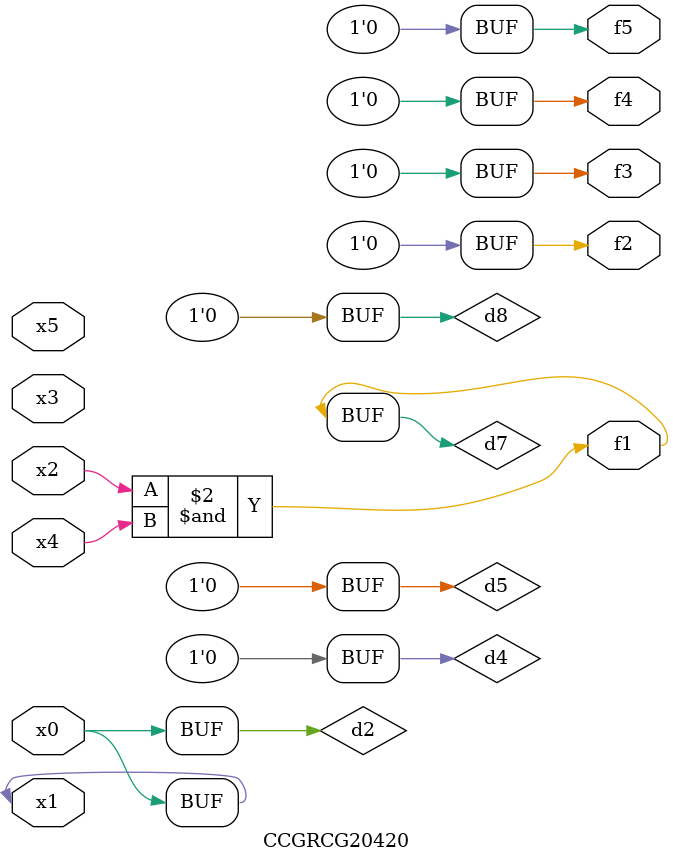
<source format=v>
module CCGRCG20420(
	input x0, x1, x2, x3, x4, x5,
	output f1, f2, f3, f4, f5
);

	wire d1, d2, d3, d4, d5, d6, d7, d8, d9;

	nand (d1, x1);
	buf (d2, x0, x1);
	nand (d3, x2, x4);
	and (d4, d1, d2);
	and (d5, d1, d2);
	nand (d6, d1, d3);
	not (d7, d3);
	xor (d8, d5);
	nor (d9, d5, d6);
	assign f1 = d7;
	assign f2 = d8;
	assign f3 = d8;
	assign f4 = d8;
	assign f5 = d8;
endmodule

</source>
